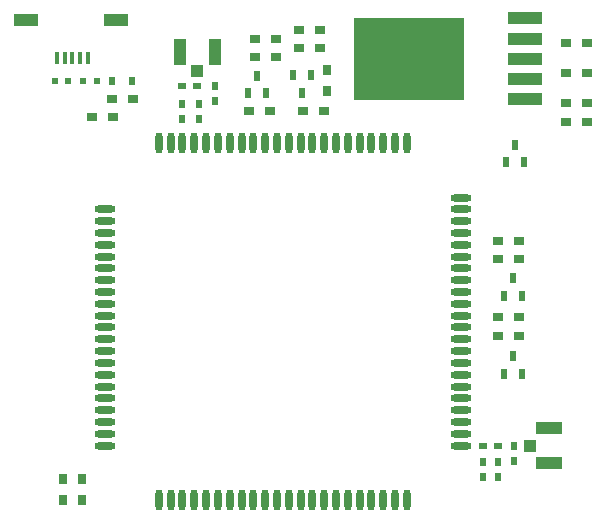
<source format=gtp>
%FSLAX25Y25*%
%MOIN*%
G70*
G01*
G75*
G04 Layer_Color=8421504*
%ADD10R,0.02000X0.02500*%
%ADD11R,0.02500X0.02000*%
%ADD12R,0.02200X0.03300*%
%ADD13R,0.03500X0.03000*%
%ADD14R,0.03000X0.03500*%
%ADD15R,0.02362X0.02756*%
%ADD16R,0.01575X0.03937*%
%ADD17R,0.07874X0.03937*%
%ADD18R,0.11811X0.04213*%
%ADD19R,0.08661X0.04134*%
%ADD20R,0.04331X0.03937*%
%ADD21R,0.03937X0.04331*%
%ADD22R,0.04134X0.08661*%
%ADD23R,0.37008X0.27559*%
%ADD24O,0.02362X0.07087*%
%ADD25O,0.07087X0.02362*%
%ADD26R,0.01969X0.02362*%
%ADD27C,0.01200*%
%ADD28C,0.01000*%
%ADD29C,0.02000*%
%ADD30C,0.00600*%
%ADD31C,0.01500*%
%ADD32C,0.01300*%
%ADD33C,0.04000*%
%ADD34C,0.06000*%
%ADD35R,0.06000X0.06000*%
%ADD36R,0.06000X0.06000*%
%ADD37C,0.02500*%
%ADD38C,0.03000*%
%ADD39O,0.07600X0.02400*%
%ADD40R,0.07600X0.02400*%
%ADD41R,0.04724X0.01181*%
%ADD42R,0.01181X0.04724*%
%ADD43R,0.03937X0.02362*%
%ADD44R,0.03937X0.03937*%
%ADD45R,0.09449X0.10236*%
%ADD46R,0.07087X0.12992*%
%ADD47R,0.03937X0.03937*%
%ADD48R,0.03937X0.03937*%
%ADD49R,0.04921X0.07874*%
%ADD50R,0.09449X0.07087*%
%ADD51R,0.09843X0.04724*%
%ADD52R,0.04724X0.09843*%
%ADD53R,0.07087X0.05512*%
%ADD54R,0.02362X0.01969*%
%ADD55R,0.03300X0.02200*%
%ADD56R,0.05118X0.03150*%
%ADD57R,0.06693X0.05906*%
%ADD58C,0.01100*%
%ADD59C,0.07000*%
%ADD60C,0.00787*%
%ADD61C,0.01600*%
%ADD62C,0.00500*%
%ADD63C,0.00800*%
%ADD64R,0.00700X0.02537*%
%ADD65C,0.00400*%
%ADD66C,0.02756*%
%ADD67C,0.00700*%
%ADD68R,0.01870X0.17323*%
%ADD69R,0.01181X0.08412*%
%ADD70R,0.11811X0.01300*%
%ADD71R,0.13988X0.01000*%
%ADD72R,0.01300X0.11811*%
D10*
X167830Y20500D02*
D03*
Y25500D02*
D03*
X162530Y15000D02*
D03*
Y20000D02*
D03*
X68142Y145500D02*
D03*
Y140500D02*
D03*
X62643Y134500D02*
D03*
Y139500D02*
D03*
X57143Y134500D02*
D03*
Y139500D02*
D03*
X157430Y20000D02*
D03*
Y15000D02*
D03*
D11*
X162430Y25500D02*
D03*
X157430D02*
D03*
X57143Y145500D02*
D03*
X62142D02*
D03*
D12*
X100032Y148874D02*
D03*
X94032D02*
D03*
X97032Y143074D02*
D03*
X167500Y81300D02*
D03*
X170500Y75500D02*
D03*
X164500D02*
D03*
Y49500D02*
D03*
X170500D02*
D03*
X167500Y55300D02*
D03*
X168000Y125800D02*
D03*
X171000Y120000D02*
D03*
X165000D02*
D03*
X82143Y148800D02*
D03*
X85142Y143000D02*
D03*
X79142D02*
D03*
D13*
X26900Y135000D02*
D03*
X33900D02*
D03*
X192000Y133294D02*
D03*
X185000D02*
D03*
Y159595D02*
D03*
X192000D02*
D03*
Y139700D02*
D03*
X185000D02*
D03*
X81442Y155000D02*
D03*
X88442D02*
D03*
X96143Y158000D02*
D03*
X103142D02*
D03*
X33874Y141000D02*
D03*
X40874D02*
D03*
X162343Y93800D02*
D03*
X169343D02*
D03*
X169500Y62000D02*
D03*
X162500D02*
D03*
X169343Y87800D02*
D03*
X162343D02*
D03*
X191937Y149594D02*
D03*
X184937D02*
D03*
X169343Y68300D02*
D03*
X162343D02*
D03*
X81442Y161000D02*
D03*
X97532Y137018D02*
D03*
X104532D02*
D03*
X96143Y164000D02*
D03*
X86513Y137018D02*
D03*
X79513D02*
D03*
X88442Y161000D02*
D03*
X103142Y164000D02*
D03*
D14*
X105437Y150594D02*
D03*
Y143595D02*
D03*
X17350Y7366D02*
D03*
Y14366D02*
D03*
X23850Y7366D02*
D03*
Y14366D02*
D03*
D15*
X40370Y146985D02*
D03*
X33874D02*
D03*
D16*
X17938Y154851D02*
D03*
X25615D02*
D03*
X20497D02*
D03*
X15379D02*
D03*
X23056D02*
D03*
D17*
X35064Y167450D02*
D03*
X5142D02*
D03*
D18*
X171537Y147787D02*
D03*
Y141095D02*
D03*
Y161173D02*
D03*
Y154480D02*
D03*
Y167866D02*
D03*
D19*
X179500Y19693D02*
D03*
Y31307D02*
D03*
D20*
X173201Y25500D02*
D03*
D21*
X62142Y150301D02*
D03*
D22*
X56335Y156600D02*
D03*
X67950D02*
D03*
D23*
X132649Y154520D02*
D03*
D24*
X53280Y7390D02*
D03*
X61154D02*
D03*
X65091D02*
D03*
X72965D02*
D03*
X69028D02*
D03*
X84776D02*
D03*
X88713D02*
D03*
X80839D02*
D03*
X76902D02*
D03*
X108398D02*
D03*
X112335D02*
D03*
X116272D02*
D03*
X100524D02*
D03*
X104461D02*
D03*
X96587D02*
D03*
X92650D02*
D03*
X132020D02*
D03*
X128083D02*
D03*
X57217Y7390D02*
D03*
X49343Y7390D02*
D03*
X53280Y126287D02*
D03*
X120209Y126287D02*
D03*
X124146D02*
D03*
X132020D02*
D03*
X128083D02*
D03*
X88713D02*
D03*
X92650D02*
D03*
X100524D02*
D03*
X96587D02*
D03*
X112335D02*
D03*
X116272D02*
D03*
X108398D02*
D03*
X104461D02*
D03*
X72965D02*
D03*
X76902D02*
D03*
X84776D02*
D03*
X80839D02*
D03*
X65091D02*
D03*
X69028D02*
D03*
X61154D02*
D03*
X57217D02*
D03*
X49343D02*
D03*
X120209Y7390D02*
D03*
X124146Y7390D02*
D03*
D25*
X150130Y104240D02*
D03*
Y100303D02*
D03*
Y92429D02*
D03*
Y96366D02*
D03*
Y80618D02*
D03*
Y76681D02*
D03*
Y84555D02*
D03*
Y88492D02*
D03*
Y56996D02*
D03*
Y53059D02*
D03*
Y45185D02*
D03*
Y49122D02*
D03*
Y64870D02*
D03*
Y60933D02*
D03*
Y68807D02*
D03*
Y72744D02*
D03*
Y25500D02*
D03*
Y33374D02*
D03*
Y29437D02*
D03*
Y37311D02*
D03*
Y41248D02*
D03*
X31232D02*
D03*
Y37311D02*
D03*
Y29437D02*
D03*
Y33374D02*
D03*
X150130Y108177D02*
D03*
X31232Y25500D02*
D03*
Y72744D02*
D03*
Y68807D02*
D03*
Y60933D02*
D03*
Y64870D02*
D03*
Y49122D02*
D03*
Y45185D02*
D03*
Y53059D02*
D03*
Y56996D02*
D03*
Y88492D02*
D03*
Y84555D02*
D03*
Y76681D02*
D03*
Y80618D02*
D03*
Y96366D02*
D03*
Y100303D02*
D03*
Y104240D02*
D03*
Y92429D02*
D03*
D26*
X28597Y147158D02*
D03*
X24154D02*
D03*
X19000Y147000D02*
D03*
X14557D02*
D03*
M02*

</source>
